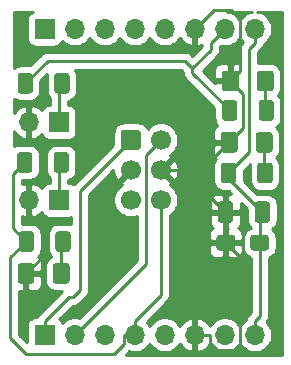
<source format=gtl>
%TF.GenerationSoftware,KiCad,Pcbnew,5.1.9+dfsg1-1+deb11u1*%
%TF.CreationDate,2022-11-30T10:15:51+01:00*%
%TF.ProjectId,A500MPU-Adapter,41353030-4d50-4552-9d41-646170746572,2.0*%
%TF.SameCoordinates,Original*%
%TF.FileFunction,Copper,L1,Top*%
%TF.FilePolarity,Positive*%
%FSLAX46Y46*%
G04 Gerber Fmt 4.6, Leading zero omitted, Abs format (unit mm)*
G04 Created by KiCad (PCBNEW 5.1.9+dfsg1-1+deb11u1) date 2022-11-30 10:15:51*
%MOMM*%
%LPD*%
G01*
G04 APERTURE LIST*
%TA.AperFunction,ComponentPad*%
%ADD10R,1.700000X1.700000*%
%TD*%
%TA.AperFunction,ComponentPad*%
%ADD11O,1.700000X1.700000*%
%TD*%
%TA.AperFunction,ComponentPad*%
%ADD12C,1.700000*%
%TD*%
%TA.AperFunction,Conductor*%
%ADD13C,0.250000*%
%TD*%
%TA.AperFunction,Conductor*%
%ADD14C,0.254000*%
%TD*%
%TA.AperFunction,Conductor*%
%ADD15C,0.100000*%
%TD*%
G04 APERTURE END LIST*
%TO.P,C1,1*%
%TO.N,INUSE*%
%TA.AperFunction,SMDPad,CuDef*%
G36*
G01*
X167087000Y-116374999D02*
X167087000Y-117225001D01*
G75*
G02*
X166837001Y-117475000I-249999J0D01*
G01*
X165761999Y-117475000D01*
G75*
G02*
X165512000Y-117225001I0J249999D01*
G01*
X165512000Y-116374999D01*
G75*
G02*
X165761999Y-116125000I249999J0D01*
G01*
X166837001Y-116125000D01*
G75*
G02*
X167087000Y-116374999I0J-249999D01*
G01*
G37*
%TD.AperFunction*%
%TO.P,C1,2*%
%TO.N,GND*%
%TA.AperFunction,SMDPad,CuDef*%
G36*
G01*
X164212000Y-116374999D02*
X164212000Y-117225001D01*
G75*
G02*
X163962001Y-117475000I-249999J0D01*
G01*
X162886999Y-117475000D01*
G75*
G02*
X162637000Y-117225001I0J249999D01*
G01*
X162637000Y-116374999D01*
G75*
G02*
X162886999Y-116125000I249999J0D01*
G01*
X163962001Y-116125000D01*
G75*
G02*
X164212000Y-116374999I0J-249999D01*
G01*
G37*
%TD.AperFunction*%
%TD*%
%TO.P,C2,1*%
%TO.N,INUSE*%
%TA.AperFunction,SMDPad,CuDef*%
G36*
G01*
X167187000Y-113549998D02*
X167187000Y-114850002D01*
G75*
G02*
X166937002Y-115100000I-249998J0D01*
G01*
X166111998Y-115100000D01*
G75*
G02*
X165862000Y-114850002I0J249998D01*
G01*
X165862000Y-113549998D01*
G75*
G02*
X166111998Y-113300000I249998J0D01*
G01*
X166937002Y-113300000D01*
G75*
G02*
X167187000Y-113549998I0J-249998D01*
G01*
G37*
%TD.AperFunction*%
%TO.P,C2,2*%
%TO.N,GND*%
%TA.AperFunction,SMDPad,CuDef*%
G36*
G01*
X164062000Y-113549998D02*
X164062000Y-114850002D01*
G75*
G02*
X163812002Y-115100000I-249998J0D01*
G01*
X162986998Y-115100000D01*
G75*
G02*
X162737000Y-114850002I0J249998D01*
G01*
X162737000Y-113549998D01*
G75*
G02*
X162986998Y-113300000I249998J0D01*
G01*
X163812002Y-113300000D01*
G75*
G02*
X164062000Y-113549998I0J-249998D01*
G01*
G37*
%TD.AperFunction*%
%TD*%
%TO.P,D1,1*%
%TO.N,GND*%
%TA.AperFunction,SMDPad,CuDef*%
G36*
G01*
X163088000Y-103725000D02*
X163088000Y-102475000D01*
G75*
G02*
X163338000Y-102225000I250000J0D01*
G01*
X164263000Y-102225000D01*
G75*
G02*
X164513000Y-102475000I0J-250000D01*
G01*
X164513000Y-103725000D01*
G75*
G02*
X164263000Y-103975000I-250000J0D01*
G01*
X163338000Y-103975000D01*
G75*
G02*
X163088000Y-103725000I0J250000D01*
G01*
G37*
%TD.AperFunction*%
%TO.P,D1,2*%
%TO.N,Net-(D1-Pad2)*%
%TA.AperFunction,SMDPad,CuDef*%
G36*
G01*
X166063000Y-103725000D02*
X166063000Y-102475000D01*
G75*
G02*
X166313000Y-102225000I250000J0D01*
G01*
X167238000Y-102225000D01*
G75*
G02*
X167488000Y-102475000I0J-250000D01*
G01*
X167488000Y-103725000D01*
G75*
G02*
X167238000Y-103975000I-250000J0D01*
G01*
X166313000Y-103975000D01*
G75*
G02*
X166063000Y-103725000I0J250000D01*
G01*
G37*
%TD.AperFunction*%
%TD*%
%TO.P,D2,1*%
%TO.N,GND*%
%TA.AperFunction,SMDPad,CuDef*%
G36*
G01*
X163000000Y-108925000D02*
X163000000Y-107675000D01*
G75*
G02*
X163250000Y-107425000I250000J0D01*
G01*
X164175000Y-107425000D01*
G75*
G02*
X164425000Y-107675000I0J-250000D01*
G01*
X164425000Y-108925000D01*
G75*
G02*
X164175000Y-109175000I-250000J0D01*
G01*
X163250000Y-109175000D01*
G75*
G02*
X163000000Y-108925000I0J250000D01*
G01*
G37*
%TD.AperFunction*%
%TO.P,D2,2*%
%TO.N,Net-(D2-Pad2)*%
%TA.AperFunction,SMDPad,CuDef*%
G36*
G01*
X165975000Y-108925000D02*
X165975000Y-107675000D01*
G75*
G02*
X166225000Y-107425000I250000J0D01*
G01*
X167150000Y-107425000D01*
G75*
G02*
X167400000Y-107675000I0J-250000D01*
G01*
X167400000Y-108925000D01*
G75*
G02*
X167150000Y-109175000I-250000J0D01*
G01*
X166225000Y-109175000D01*
G75*
G02*
X165975000Y-108925000I0J250000D01*
G01*
G37*
%TD.AperFunction*%
%TD*%
%TO.P,D3,2*%
%TO.N,Net-(D3-Pad2)*%
%TA.AperFunction,SMDPad,CuDef*%
G36*
G01*
X148775000Y-120025000D02*
X148775000Y-118775000D01*
G75*
G02*
X149025000Y-118525000I250000J0D01*
G01*
X149950000Y-118525000D01*
G75*
G02*
X150200000Y-118775000I0J-250000D01*
G01*
X150200000Y-120025000D01*
G75*
G02*
X149950000Y-120275000I-250000J0D01*
G01*
X149025000Y-120275000D01*
G75*
G02*
X148775000Y-120025000I0J250000D01*
G01*
G37*
%TD.AperFunction*%
%TO.P,D3,1*%
%TO.N,GND*%
%TA.AperFunction,SMDPad,CuDef*%
G36*
G01*
X145800000Y-120025000D02*
X145800000Y-118775000D01*
G75*
G02*
X146050000Y-118525000I250000J0D01*
G01*
X146975000Y-118525000D01*
G75*
G02*
X147225000Y-118775000I0J-250000D01*
G01*
X147225000Y-120025000D01*
G75*
G02*
X146975000Y-120275000I-250000J0D01*
G01*
X146050000Y-120275000D01*
G75*
G02*
X145800000Y-120025000I0J250000D01*
G01*
G37*
%TD.AperFunction*%
%TD*%
D10*
%TO.P,P1,1*%
%TO.N,CLOCK*%
X148100000Y-124600000D03*
D11*
%TO.P,P1,2*%
%TO.N,DATA*%
X150640000Y-124600000D03*
%TO.P,P1,3*%
%TO.N,RESET*%
X153180000Y-124600000D03*
%TO.P,P1,4*%
%TO.N,INUSE*%
X155720000Y-124600000D03*
%TO.P,P1,5*%
%TO.N,Net-(P1-Pad5)*%
X158260000Y-124600000D03*
%TO.P,P1,6*%
%TO.N,GND*%
X160800000Y-124600000D03*
%TO.P,P1,7*%
%TO.N,STATUS*%
X163340000Y-124600000D03*
%TO.P,P1,8*%
%TO.N,INUSE*%
X165880000Y-124600000D03*
%TD*%
D10*
%TO.P,P2,1*%
%TO.N,CLOCK*%
X148100000Y-98700000D03*
D11*
%TO.P,P2,2*%
%TO.N,DATA*%
X150640000Y-98700000D03*
%TO.P,P2,3*%
%TO.N,RESET*%
X153180000Y-98700000D03*
%TO.P,P2,4*%
%TO.N,INUSE*%
X155720000Y-98700000D03*
%TO.P,P2,5*%
%TO.N,Net-(P2-Pad5)*%
X158260000Y-98700000D03*
%TO.P,P2,6*%
%TO.N,GND*%
X160800000Y-98700000D03*
%TO.P,P2,7*%
%TO.N,STATUS*%
X163340000Y-98700000D03*
%TO.P,P2,8*%
%TO.N,INUSE*%
X165880000Y-98700000D03*
%TD*%
%TO.P,P3,1*%
%TO.N,CLOCK*%
%TA.AperFunction,ComponentPad*%
G36*
G01*
X154550000Y-108700000D02*
X154550000Y-107500000D01*
G75*
G02*
X154800000Y-107250000I250000J0D01*
G01*
X156000000Y-107250000D01*
G75*
G02*
X156250000Y-107500000I0J-250000D01*
G01*
X156250000Y-108700000D01*
G75*
G02*
X156000000Y-108950000I-250000J0D01*
G01*
X154800000Y-108950000D01*
G75*
G02*
X154550000Y-108700000I0J250000D01*
G01*
G37*
%TD.AperFunction*%
D12*
%TO.P,P3,3*%
%TO.N,GND*%
X155400000Y-110640000D03*
%TO.P,P3,5*%
%TO.N,RESET*%
X155400000Y-113180000D03*
%TO.P,P3,2*%
%TO.N,DATA*%
X157940000Y-108100000D03*
%TO.P,P3,4*%
%TO.N,GND*%
X157940000Y-110640000D03*
%TO.P,P3,6*%
%TO.N,INUSE*%
X157940000Y-113180000D03*
%TD*%
D10*
%TO.P,P4,1*%
%TO.N,Net-(P4-Pad1)*%
X149300000Y-106600000D03*
D11*
%TO.P,P4,2*%
%TO.N,GND*%
X146760000Y-106600000D03*
%TD*%
%TO.P,P5,2*%
%TO.N,GND*%
X146760000Y-113200000D03*
D10*
%TO.P,P5,1*%
%TO.N,Net-(P5-Pad1)*%
X149300000Y-113200000D03*
%TD*%
%TO.P,R1,1*%
%TO.N,STATUS*%
%TA.AperFunction,SMDPad,CuDef*%
G36*
G01*
X163100000Y-106225001D02*
X163100000Y-104974999D01*
G75*
G02*
X163349999Y-104725000I249999J0D01*
G01*
X164150001Y-104725000D01*
G75*
G02*
X164400000Y-104974999I0J-249999D01*
G01*
X164400000Y-106225001D01*
G75*
G02*
X164150001Y-106475000I-249999J0D01*
G01*
X163349999Y-106475000D01*
G75*
G02*
X163100000Y-106225001I0J249999D01*
G01*
G37*
%TD.AperFunction*%
%TO.P,R1,2*%
%TO.N,Net-(D1-Pad2)*%
%TA.AperFunction,SMDPad,CuDef*%
G36*
G01*
X166200000Y-106225001D02*
X166200000Y-104974999D01*
G75*
G02*
X166449999Y-104725000I249999J0D01*
G01*
X167250001Y-104725000D01*
G75*
G02*
X167500000Y-104974999I0J-249999D01*
G01*
X167500000Y-106225001D01*
G75*
G02*
X167250001Y-106475000I-249999J0D01*
G01*
X166449999Y-106475000D01*
G75*
G02*
X166200000Y-106225001I0J249999D01*
G01*
G37*
%TD.AperFunction*%
%TD*%
%TO.P,R2,1*%
%TO.N,INUSE*%
%TA.AperFunction,SMDPad,CuDef*%
G36*
G01*
X163000000Y-111525001D02*
X163000000Y-110274999D01*
G75*
G02*
X163249999Y-110025000I249999J0D01*
G01*
X164050001Y-110025000D01*
G75*
G02*
X164300000Y-110274999I0J-249999D01*
G01*
X164300000Y-111525001D01*
G75*
G02*
X164050001Y-111775000I-249999J0D01*
G01*
X163249999Y-111775000D01*
G75*
G02*
X163000000Y-111525001I0J249999D01*
G01*
G37*
%TD.AperFunction*%
%TO.P,R2,2*%
%TO.N,Net-(D2-Pad2)*%
%TA.AperFunction,SMDPad,CuDef*%
G36*
G01*
X166100000Y-111525001D02*
X166100000Y-110274999D01*
G75*
G02*
X166349999Y-110025000I249999J0D01*
G01*
X167150001Y-110025000D01*
G75*
G02*
X167400000Y-110274999I0J-249999D01*
G01*
X167400000Y-111525001D01*
G75*
G02*
X167150001Y-111775000I-249999J0D01*
G01*
X166349999Y-111775000D01*
G75*
G02*
X166100000Y-111525001I0J249999D01*
G01*
G37*
%TD.AperFunction*%
%TD*%
%TO.P,R3,2*%
%TO.N,Net-(D3-Pad2)*%
%TA.AperFunction,SMDPad,CuDef*%
G36*
G01*
X149000000Y-117325001D02*
X149000000Y-116074999D01*
G75*
G02*
X149249999Y-115825000I249999J0D01*
G01*
X150050001Y-115825000D01*
G75*
G02*
X150300000Y-116074999I0J-249999D01*
G01*
X150300000Y-117325001D01*
G75*
G02*
X150050001Y-117575000I-249999J0D01*
G01*
X149249999Y-117575000D01*
G75*
G02*
X149000000Y-117325001I0J249999D01*
G01*
G37*
%TD.AperFunction*%
%TO.P,R3,1*%
%TO.N,INUSE*%
%TA.AperFunction,SMDPad,CuDef*%
G36*
G01*
X145900000Y-117325001D02*
X145900000Y-116074999D01*
G75*
G02*
X146149999Y-115825000I249999J0D01*
G01*
X146950001Y-115825000D01*
G75*
G02*
X147200000Y-116074999I0J-249999D01*
G01*
X147200000Y-117325001D01*
G75*
G02*
X146950001Y-117575000I-249999J0D01*
G01*
X146149999Y-117575000D01*
G75*
G02*
X145900000Y-117325001I0J249999D01*
G01*
G37*
%TD.AperFunction*%
%TD*%
%TO.P,R4,2*%
%TO.N,Net-(P4-Pad1)*%
%TA.AperFunction,SMDPad,CuDef*%
G36*
G01*
X148900000Y-103925001D02*
X148900000Y-102674999D01*
G75*
G02*
X149149999Y-102425000I249999J0D01*
G01*
X149950001Y-102425000D01*
G75*
G02*
X150200000Y-102674999I0J-249999D01*
G01*
X150200000Y-103925001D01*
G75*
G02*
X149950001Y-104175000I-249999J0D01*
G01*
X149149999Y-104175000D01*
G75*
G02*
X148900000Y-103925001I0J249999D01*
G01*
G37*
%TD.AperFunction*%
%TO.P,R4,1*%
%TO.N,STATUS*%
%TA.AperFunction,SMDPad,CuDef*%
G36*
G01*
X145800000Y-103925001D02*
X145800000Y-102674999D01*
G75*
G02*
X146049999Y-102425000I249999J0D01*
G01*
X146850001Y-102425000D01*
G75*
G02*
X147100000Y-102674999I0J-249999D01*
G01*
X147100000Y-103925001D01*
G75*
G02*
X146850001Y-104175000I-249999J0D01*
G01*
X146049999Y-104175000D01*
G75*
G02*
X145800000Y-103925001I0J249999D01*
G01*
G37*
%TD.AperFunction*%
%TD*%
%TO.P,R5,1*%
%TO.N,INUSE*%
%TA.AperFunction,SMDPad,CuDef*%
G36*
G01*
X145750000Y-110625001D02*
X145750000Y-109374999D01*
G75*
G02*
X145999999Y-109125000I249999J0D01*
G01*
X146800001Y-109125000D01*
G75*
G02*
X147050000Y-109374999I0J-249999D01*
G01*
X147050000Y-110625001D01*
G75*
G02*
X146800001Y-110875000I-249999J0D01*
G01*
X145999999Y-110875000D01*
G75*
G02*
X145750000Y-110625001I0J249999D01*
G01*
G37*
%TD.AperFunction*%
%TO.P,R5,2*%
%TO.N,Net-(P5-Pad1)*%
%TA.AperFunction,SMDPad,CuDef*%
G36*
G01*
X148850000Y-110625001D02*
X148850000Y-109374999D01*
G75*
G02*
X149099999Y-109125000I249999J0D01*
G01*
X149900001Y-109125000D01*
G75*
G02*
X150150000Y-109374999I0J-249999D01*
G01*
X150150000Y-110625001D01*
G75*
G02*
X149900001Y-110875000I-249999J0D01*
G01*
X149099999Y-110875000D01*
G75*
G02*
X148850000Y-110625001I0J249999D01*
G01*
G37*
%TD.AperFunction*%
%TD*%
D13*
%TO.N,GND*%
X161372500Y-110640000D02*
X163712500Y-108300000D01*
X157940000Y-110640000D02*
X161372500Y-110640000D01*
X161372500Y-110640000D02*
X161372500Y-112173000D01*
X161372500Y-112173000D02*
X163399500Y-114200000D01*
X163424500Y-116800000D02*
X163424500Y-114225000D01*
X163424500Y-114225000D02*
X163399500Y-114200000D01*
X164600000Y-97800000D02*
X164600000Y-102300500D01*
X164600000Y-102300500D02*
X163800500Y-103100000D01*
X163900000Y-97100000D02*
X164600000Y-97800000D01*
X162400000Y-97100000D02*
X163900000Y-97100000D01*
X160800000Y-98700000D02*
X162400000Y-97100000D01*
X148000000Y-117912500D02*
X146512500Y-119400000D01*
X148000000Y-115615100D02*
X148000000Y-117912500D01*
X146760000Y-114375100D02*
X148000000Y-115615100D01*
X146760000Y-113200000D02*
X146760000Y-114375100D01*
X164900000Y-104199500D02*
X163800500Y-103100000D01*
X164900000Y-107112500D02*
X164900000Y-104199500D01*
X163712500Y-108300000D02*
X164900000Y-107112500D01*
X164600000Y-117975500D02*
X163424500Y-116800000D01*
X164600000Y-125400000D02*
X164600000Y-117975500D01*
X164100000Y-125900000D02*
X164600000Y-125400000D01*
X162700000Y-125900000D02*
X164100000Y-125900000D01*
X162100000Y-125300000D02*
X162700000Y-125900000D01*
X162100000Y-124600000D02*
X162100000Y-125300000D01*
X160800000Y-124600000D02*
X162100000Y-124600000D01*
%TO.N,Net-(D1-Pad2)*%
X166850000Y-105600000D02*
X166775500Y-105525500D01*
X166775500Y-105525500D02*
X166775500Y-103100000D01*
%TO.N,Net-(D2-Pad2)*%
X166750000Y-110900000D02*
X166687500Y-110837500D01*
X166687500Y-110837500D02*
X166687500Y-108300000D01*
%TO.N,Net-(D3-Pad2)*%
X149650000Y-116700000D02*
X149487500Y-116862500D01*
X149487500Y-116862500D02*
X149487500Y-119400000D01*
%TO.N,CLOCK*%
X150144245Y-121380655D02*
X148100000Y-123424900D01*
X148100000Y-123424900D02*
X148100000Y-124600000D01*
X155400000Y-108100000D02*
X151069900Y-112430100D01*
X150144245Y-121380655D02*
X150519345Y-121380655D01*
X151069900Y-120830100D02*
X151069900Y-112430100D01*
X150519345Y-121380655D02*
X151069900Y-120830100D01*
%TO.N,DATA*%
X156670000Y-109370000D02*
X156670000Y-118570000D01*
X156670000Y-118570000D02*
X150640000Y-124600000D01*
X157940000Y-108100000D02*
X156670000Y-109370000D01*
%TO.N,STATUS*%
X160589200Y-102045800D02*
X162164900Y-100470100D01*
X163750000Y-105600000D02*
X160589200Y-102439200D01*
X160589200Y-102439200D02*
X160589200Y-102045800D01*
X162164900Y-99875100D02*
X163340000Y-98700000D01*
X162164900Y-100470100D02*
X162164900Y-99875100D01*
X159943400Y-101400000D02*
X160589200Y-102045800D01*
X148350000Y-101400000D02*
X159943400Y-101400000D01*
X146450000Y-103300000D02*
X148350000Y-101400000D01*
%TO.N,INUSE*%
X166524500Y-114200000D02*
X163650000Y-111325500D01*
X163650000Y-111325500D02*
X163650000Y-110900000D01*
X166299500Y-116800000D02*
X166299500Y-114425000D01*
X166299500Y-114425000D02*
X166524500Y-114200000D01*
X163650000Y-110900000D02*
X165393100Y-109156900D01*
X165393100Y-109156900D02*
X165393100Y-100362000D01*
X165393100Y-100362000D02*
X165880000Y-99875100D01*
X165880000Y-98700000D02*
X165880000Y-99875100D01*
X165880000Y-124600000D02*
X165880000Y-123424900D01*
X165880000Y-123424900D02*
X166299500Y-123005400D01*
X166299500Y-123005400D02*
X166299500Y-116800000D01*
X155720000Y-124600000D02*
X155720000Y-123424900D01*
X157940000Y-113180000D02*
X157940000Y-121204900D01*
X157940000Y-121204900D02*
X155720000Y-123424900D01*
X145400000Y-111000000D02*
X146400000Y-110000000D01*
X145400000Y-115550000D02*
X145400000Y-111000000D01*
X146550000Y-116700000D02*
X145400000Y-115550000D01*
X154805012Y-124600000D02*
X155720000Y-124600000D01*
X154805012Y-125350401D02*
X154805012Y-124600000D01*
X146525012Y-126225012D02*
X153930401Y-126225012D01*
X153930401Y-126225012D02*
X154805012Y-125350401D01*
X145200000Y-124900000D02*
X146525012Y-126225012D01*
X145200000Y-118050000D02*
X145200000Y-124900000D01*
X146550000Y-116700000D02*
X145200000Y-118050000D01*
%TO.N,Net-(P4-Pad1)*%
X149550000Y-103300000D02*
X149300000Y-103550000D01*
X149300000Y-103550000D02*
X149300000Y-106600000D01*
%TO.N,Net-(P5-Pad1)*%
X149500000Y-110000000D02*
X149300000Y-110200000D01*
X149300000Y-110200000D02*
X149300000Y-113200000D01*
%TD*%
D14*
%TO.N,GND*%
X168200000Y-126290000D02*
X154940215Y-126290000D01*
X155227050Y-126003165D01*
X155286842Y-126027932D01*
X155573740Y-126085000D01*
X155866260Y-126085000D01*
X156153158Y-126027932D01*
X156423411Y-125915990D01*
X156666632Y-125753475D01*
X156873475Y-125546632D01*
X156990000Y-125372240D01*
X157106525Y-125546632D01*
X157313368Y-125753475D01*
X157556589Y-125915990D01*
X157826842Y-126027932D01*
X158113740Y-126085000D01*
X158406260Y-126085000D01*
X158693158Y-126027932D01*
X158963411Y-125915990D01*
X159206632Y-125753475D01*
X159413475Y-125546632D01*
X159535195Y-125364466D01*
X159604822Y-125481355D01*
X159799731Y-125697588D01*
X160033080Y-125871641D01*
X160295901Y-125996825D01*
X160443110Y-126041476D01*
X160673000Y-125920155D01*
X160673000Y-124727000D01*
X160653000Y-124727000D01*
X160653000Y-124473000D01*
X160673000Y-124473000D01*
X160673000Y-123279845D01*
X160443110Y-123158524D01*
X160295901Y-123203175D01*
X160033080Y-123328359D01*
X159799731Y-123502412D01*
X159604822Y-123718645D01*
X159535195Y-123835534D01*
X159413475Y-123653368D01*
X159206632Y-123446525D01*
X158963411Y-123284010D01*
X158693158Y-123172068D01*
X158406260Y-123115000D01*
X158113740Y-123115000D01*
X157826842Y-123172068D01*
X157556589Y-123284010D01*
X157313368Y-123446525D01*
X157106525Y-123653368D01*
X156990000Y-123827760D01*
X156873475Y-123653368D01*
X156719904Y-123499797D01*
X158451003Y-121768699D01*
X158480001Y-121744901D01*
X158539090Y-121672901D01*
X158574974Y-121629177D01*
X158645546Y-121497147D01*
X158655275Y-121465074D01*
X158689003Y-121353886D01*
X158700000Y-121242233D01*
X158700000Y-121242224D01*
X158703676Y-121204901D01*
X158700000Y-121167578D01*
X158700000Y-117475000D01*
X161998928Y-117475000D01*
X162011188Y-117599482D01*
X162047498Y-117719180D01*
X162106463Y-117829494D01*
X162185815Y-117926185D01*
X162282506Y-118005537D01*
X162392820Y-118064502D01*
X162512518Y-118100812D01*
X162637000Y-118113072D01*
X163138750Y-118110000D01*
X163297500Y-117951250D01*
X163297500Y-116927000D01*
X163551500Y-116927000D01*
X163551500Y-117951250D01*
X163710250Y-118110000D01*
X164212000Y-118113072D01*
X164336482Y-118100812D01*
X164456180Y-118064502D01*
X164566494Y-118005537D01*
X164663185Y-117926185D01*
X164742537Y-117829494D01*
X164801502Y-117719180D01*
X164837812Y-117599482D01*
X164850072Y-117475000D01*
X164847000Y-117085750D01*
X164688250Y-116927000D01*
X163551500Y-116927000D01*
X163297500Y-116927000D01*
X162160750Y-116927000D01*
X162002000Y-117085750D01*
X161998928Y-117475000D01*
X158700000Y-117475000D01*
X158700000Y-116125000D01*
X161998928Y-116125000D01*
X162002000Y-116514250D01*
X162160750Y-116673000D01*
X163297500Y-116673000D01*
X163297500Y-115648750D01*
X163248750Y-115600000D01*
X163272500Y-115576250D01*
X163272500Y-114327000D01*
X163526500Y-114327000D01*
X163526500Y-115576250D01*
X163575250Y-115625000D01*
X163551500Y-115648750D01*
X163551500Y-116673000D01*
X164688250Y-116673000D01*
X164847000Y-116514250D01*
X164850072Y-116125000D01*
X164837812Y-116000518D01*
X164801502Y-115880820D01*
X164742537Y-115770506D01*
X164663185Y-115673815D01*
X164566494Y-115594463D01*
X164502276Y-115560137D01*
X164513185Y-115551185D01*
X164592537Y-115454494D01*
X164651502Y-115344180D01*
X164687812Y-115224482D01*
X164700072Y-115100000D01*
X164697000Y-114485750D01*
X164538250Y-114327000D01*
X163526500Y-114327000D01*
X163272500Y-114327000D01*
X162260750Y-114327000D01*
X162102000Y-114485750D01*
X162098928Y-115100000D01*
X162111188Y-115224482D01*
X162147498Y-115344180D01*
X162206463Y-115454494D01*
X162285815Y-115551185D01*
X162316445Y-115576322D01*
X162282506Y-115594463D01*
X162185815Y-115673815D01*
X162106463Y-115770506D01*
X162047498Y-115880820D01*
X162011188Y-116000518D01*
X161998928Y-116125000D01*
X158700000Y-116125000D01*
X158700000Y-114458178D01*
X158886632Y-114333475D01*
X159093475Y-114126632D01*
X159255990Y-113883411D01*
X159367932Y-113613158D01*
X159425000Y-113326260D01*
X159425000Y-113300000D01*
X162098928Y-113300000D01*
X162102000Y-113914250D01*
X162260750Y-114073000D01*
X163272500Y-114073000D01*
X163272500Y-112823750D01*
X163113750Y-112665000D01*
X162737000Y-112661928D01*
X162612518Y-112674188D01*
X162492820Y-112710498D01*
X162382506Y-112769463D01*
X162285815Y-112848815D01*
X162206463Y-112945506D01*
X162147498Y-113055820D01*
X162111188Y-113175518D01*
X162098928Y-113300000D01*
X159425000Y-113300000D01*
X159425000Y-113033740D01*
X159367932Y-112746842D01*
X159255990Y-112476589D01*
X159093475Y-112233368D01*
X158886632Y-112026525D01*
X158713271Y-111910689D01*
X158788792Y-111668397D01*
X157940000Y-110819605D01*
X157925858Y-110833748D01*
X157746253Y-110654143D01*
X157760395Y-110640000D01*
X158119605Y-110640000D01*
X158968397Y-111488792D01*
X159217472Y-111411157D01*
X159343371Y-111147117D01*
X159415339Y-110863589D01*
X159430611Y-110571469D01*
X159388599Y-110281981D01*
X159290919Y-110006253D01*
X159217472Y-109868843D01*
X158968397Y-109791208D01*
X158119605Y-110640000D01*
X157760395Y-110640000D01*
X157746253Y-110625858D01*
X157925858Y-110446253D01*
X157940000Y-110460395D01*
X158788792Y-109611603D01*
X158713271Y-109369311D01*
X158886632Y-109253475D01*
X159093475Y-109046632D01*
X159255990Y-108803411D01*
X159367932Y-108533158D01*
X159425000Y-108246260D01*
X159425000Y-107953740D01*
X159367932Y-107666842D01*
X159255990Y-107396589D01*
X159093475Y-107153368D01*
X158886632Y-106946525D01*
X158643411Y-106784010D01*
X158373158Y-106672068D01*
X158086260Y-106615000D01*
X157793740Y-106615000D01*
X157506842Y-106672068D01*
X157236589Y-106784010D01*
X156993368Y-106946525D01*
X156806285Y-107133608D01*
X156738405Y-107006614D01*
X156627962Y-106872038D01*
X156493386Y-106761595D01*
X156339850Y-106679528D01*
X156173254Y-106628992D01*
X156000000Y-106611928D01*
X154800000Y-106611928D01*
X154626746Y-106628992D01*
X154460150Y-106679528D01*
X154306614Y-106761595D01*
X154172038Y-106872038D01*
X154061595Y-107006614D01*
X153979528Y-107160150D01*
X153928992Y-107326746D01*
X153911928Y-107500000D01*
X153911928Y-108513270D01*
X150560101Y-111865098D01*
X150504494Y-111819463D01*
X150394180Y-111760498D01*
X150274482Y-111724188D01*
X150150000Y-111711928D01*
X150060000Y-111711928D01*
X150060000Y-111497314D01*
X150073255Y-111496008D01*
X150239851Y-111445472D01*
X150393387Y-111363405D01*
X150527962Y-111252962D01*
X150638405Y-111118387D01*
X150720472Y-110964851D01*
X150771008Y-110798255D01*
X150788072Y-110625001D01*
X150788072Y-109374999D01*
X150771008Y-109201745D01*
X150720472Y-109035149D01*
X150638405Y-108881613D01*
X150527962Y-108747038D01*
X150393387Y-108636595D01*
X150239851Y-108554528D01*
X150073255Y-108503992D01*
X149900001Y-108486928D01*
X149099999Y-108486928D01*
X148926745Y-108503992D01*
X148760149Y-108554528D01*
X148606613Y-108636595D01*
X148472038Y-108747038D01*
X148361595Y-108881613D01*
X148279528Y-109035149D01*
X148228992Y-109201745D01*
X148211928Y-109374999D01*
X148211928Y-110625001D01*
X148228992Y-110798255D01*
X148279528Y-110964851D01*
X148361595Y-111118387D01*
X148472038Y-111252962D01*
X148540000Y-111308737D01*
X148540001Y-111711928D01*
X148450000Y-111711928D01*
X148325518Y-111724188D01*
X148205820Y-111760498D01*
X148095506Y-111819463D01*
X147998815Y-111898815D01*
X147919463Y-111995506D01*
X147860498Y-112105820D01*
X147836034Y-112186466D01*
X147760269Y-112102412D01*
X147526920Y-111928359D01*
X147264099Y-111803175D01*
X147116890Y-111758524D01*
X146887000Y-111879845D01*
X146887000Y-113073000D01*
X146907000Y-113073000D01*
X146907000Y-113327000D01*
X146887000Y-113327000D01*
X146887000Y-114520155D01*
X147116890Y-114641476D01*
X147264099Y-114596825D01*
X147526920Y-114471641D01*
X147760269Y-114297588D01*
X147836034Y-114213534D01*
X147860498Y-114294180D01*
X147919463Y-114404494D01*
X147998815Y-114501185D01*
X148095506Y-114580537D01*
X148205820Y-114639502D01*
X148325518Y-114675812D01*
X148450000Y-114688072D01*
X150150000Y-114688072D01*
X150274482Y-114675812D01*
X150309901Y-114665068D01*
X150309901Y-115230275D01*
X150223255Y-115203992D01*
X150050001Y-115186928D01*
X149249999Y-115186928D01*
X149076745Y-115203992D01*
X148910149Y-115254528D01*
X148756613Y-115336595D01*
X148622038Y-115447038D01*
X148511595Y-115581613D01*
X148429528Y-115735149D01*
X148378992Y-115901745D01*
X148361928Y-116074999D01*
X148361928Y-117325001D01*
X148378992Y-117498255D01*
X148429528Y-117664851D01*
X148511595Y-117818387D01*
X148622038Y-117952962D01*
X148648086Y-117974339D01*
X148531614Y-118036595D01*
X148397038Y-118147038D01*
X148286595Y-118281614D01*
X148204528Y-118435150D01*
X148153992Y-118601746D01*
X148136928Y-118775000D01*
X148136928Y-120025000D01*
X148153992Y-120198254D01*
X148204528Y-120364850D01*
X148286595Y-120518386D01*
X148397038Y-120652962D01*
X148531614Y-120763405D01*
X148685150Y-120845472D01*
X148851746Y-120896008D01*
X149025000Y-120913072D01*
X149537026Y-120913072D01*
X147589003Y-122861096D01*
X147559999Y-122884899D01*
X147504871Y-122952074D01*
X147465026Y-123000624D01*
X147442519Y-123042732D01*
X147405532Y-123111928D01*
X147250000Y-123111928D01*
X147125518Y-123124188D01*
X147005820Y-123160498D01*
X146895506Y-123219463D01*
X146798815Y-123298815D01*
X146719463Y-123395506D01*
X146660498Y-123505820D01*
X146624188Y-123625518D01*
X146611928Y-123750000D01*
X146611928Y-125237126D01*
X145960000Y-124585199D01*
X145960000Y-120911920D01*
X146226750Y-120910000D01*
X146385500Y-120751250D01*
X146385500Y-119527000D01*
X146639500Y-119527000D01*
X146639500Y-120751250D01*
X146798250Y-120910000D01*
X147225000Y-120913072D01*
X147349482Y-120900812D01*
X147469180Y-120864502D01*
X147579494Y-120805537D01*
X147676185Y-120726185D01*
X147755537Y-120629494D01*
X147814502Y-120519180D01*
X147850812Y-120399482D01*
X147863072Y-120275000D01*
X147860000Y-119685750D01*
X147701250Y-119527000D01*
X146639500Y-119527000D01*
X146385500Y-119527000D01*
X146365500Y-119527000D01*
X146365500Y-119273000D01*
X146385500Y-119273000D01*
X146385500Y-119253000D01*
X146639500Y-119253000D01*
X146639500Y-119273000D01*
X147701250Y-119273000D01*
X147860000Y-119114250D01*
X147863072Y-118525000D01*
X147850812Y-118400518D01*
X147814502Y-118280820D01*
X147755537Y-118170506D01*
X147676185Y-118073815D01*
X147579494Y-117994463D01*
X147547943Y-117977598D01*
X147577962Y-117952962D01*
X147688405Y-117818387D01*
X147770472Y-117664851D01*
X147821008Y-117498255D01*
X147838072Y-117325001D01*
X147838072Y-116074999D01*
X147821008Y-115901745D01*
X147770472Y-115735149D01*
X147688405Y-115581613D01*
X147577962Y-115447038D01*
X147443387Y-115336595D01*
X147289851Y-115254528D01*
X147123255Y-115203992D01*
X146950001Y-115186928D01*
X146160000Y-115186928D01*
X146160000Y-114551146D01*
X146255901Y-114596825D01*
X146403110Y-114641476D01*
X146633000Y-114520155D01*
X146633000Y-113327000D01*
X146613000Y-113327000D01*
X146613000Y-113073000D01*
X146633000Y-113073000D01*
X146633000Y-111879845D01*
X146403110Y-111758524D01*
X146255901Y-111803175D01*
X146160000Y-111848854D01*
X146160000Y-111513072D01*
X146800001Y-111513072D01*
X146973255Y-111496008D01*
X147139851Y-111445472D01*
X147293387Y-111363405D01*
X147427962Y-111252962D01*
X147538405Y-111118387D01*
X147620472Y-110964851D01*
X147671008Y-110798255D01*
X147688072Y-110625001D01*
X147688072Y-109374999D01*
X147671008Y-109201745D01*
X147620472Y-109035149D01*
X147538405Y-108881613D01*
X147427962Y-108747038D01*
X147293387Y-108636595D01*
X147139851Y-108554528D01*
X146973255Y-108503992D01*
X146800001Y-108486928D01*
X145999999Y-108486928D01*
X145826745Y-108503992D01*
X145660149Y-108554528D01*
X145506613Y-108636595D01*
X145490000Y-108650229D01*
X145490000Y-107355745D01*
X145564822Y-107481355D01*
X145759731Y-107697588D01*
X145993080Y-107871641D01*
X146255901Y-107996825D01*
X146403110Y-108041476D01*
X146633000Y-107920155D01*
X146633000Y-106727000D01*
X146613000Y-106727000D01*
X146613000Y-106473000D01*
X146633000Y-106473000D01*
X146633000Y-105279845D01*
X146403110Y-105158524D01*
X146255901Y-105203175D01*
X145993080Y-105328359D01*
X145759731Y-105502412D01*
X145564822Y-105718645D01*
X145490000Y-105844255D01*
X145490000Y-104608737D01*
X145556613Y-104663405D01*
X145710149Y-104745472D01*
X145876745Y-104796008D01*
X146049999Y-104813072D01*
X146850001Y-104813072D01*
X147023255Y-104796008D01*
X147189851Y-104745472D01*
X147343387Y-104663405D01*
X147477962Y-104552962D01*
X147588405Y-104418387D01*
X147670472Y-104264851D01*
X147721008Y-104098255D01*
X147738072Y-103925001D01*
X147738072Y-103086729D01*
X148274178Y-102550624D01*
X148261928Y-102674999D01*
X148261928Y-103925001D01*
X148278992Y-104098255D01*
X148329528Y-104264851D01*
X148411595Y-104418387D01*
X148522038Y-104552962D01*
X148540000Y-104567703D01*
X148540001Y-105111928D01*
X148450000Y-105111928D01*
X148325518Y-105124188D01*
X148205820Y-105160498D01*
X148095506Y-105219463D01*
X147998815Y-105298815D01*
X147919463Y-105395506D01*
X147860498Y-105505820D01*
X147836034Y-105586466D01*
X147760269Y-105502412D01*
X147526920Y-105328359D01*
X147264099Y-105203175D01*
X147116890Y-105158524D01*
X146887000Y-105279845D01*
X146887000Y-106473000D01*
X146907000Y-106473000D01*
X146907000Y-106727000D01*
X146887000Y-106727000D01*
X146887000Y-107920155D01*
X147116890Y-108041476D01*
X147264099Y-107996825D01*
X147526920Y-107871641D01*
X147760269Y-107697588D01*
X147836034Y-107613534D01*
X147860498Y-107694180D01*
X147919463Y-107804494D01*
X147998815Y-107901185D01*
X148095506Y-107980537D01*
X148205820Y-108039502D01*
X148325518Y-108075812D01*
X148450000Y-108088072D01*
X150150000Y-108088072D01*
X150274482Y-108075812D01*
X150394180Y-108039502D01*
X150504494Y-107980537D01*
X150601185Y-107901185D01*
X150680537Y-107804494D01*
X150739502Y-107694180D01*
X150775812Y-107574482D01*
X150788072Y-107450000D01*
X150788072Y-105750000D01*
X150775812Y-105625518D01*
X150739502Y-105505820D01*
X150680537Y-105395506D01*
X150601185Y-105298815D01*
X150504494Y-105219463D01*
X150394180Y-105160498D01*
X150274482Y-105124188D01*
X150150000Y-105111928D01*
X150060000Y-105111928D01*
X150060000Y-104802238D01*
X150123255Y-104796008D01*
X150289851Y-104745472D01*
X150443387Y-104663405D01*
X150577962Y-104552962D01*
X150688405Y-104418387D01*
X150770472Y-104264851D01*
X150821008Y-104098255D01*
X150838072Y-103925001D01*
X150838072Y-102674999D01*
X150821008Y-102501745D01*
X150770472Y-102335149D01*
X150688405Y-102181613D01*
X150670668Y-102160000D01*
X159628599Y-102160000D01*
X159829200Y-102360602D01*
X159829200Y-102401878D01*
X159825524Y-102439200D01*
X159829200Y-102476522D01*
X159829200Y-102476532D01*
X159840197Y-102588185D01*
X159868283Y-102680774D01*
X159883654Y-102731446D01*
X159954226Y-102863476D01*
X159964278Y-102875724D01*
X160049199Y-102979201D01*
X160078203Y-103003004D01*
X162461928Y-105386730D01*
X162461928Y-106225001D01*
X162478992Y-106398255D01*
X162529528Y-106564851D01*
X162611595Y-106718387D01*
X162722038Y-106852962D01*
X162722476Y-106853321D01*
X162645506Y-106894463D01*
X162548815Y-106973815D01*
X162469463Y-107070506D01*
X162410498Y-107180820D01*
X162374188Y-107300518D01*
X162361928Y-107425000D01*
X162365000Y-108014250D01*
X162523750Y-108173000D01*
X163585500Y-108173000D01*
X163585500Y-108153000D01*
X163839500Y-108153000D01*
X163839500Y-108173000D01*
X163859500Y-108173000D01*
X163859500Y-108427000D01*
X163839500Y-108427000D01*
X163839500Y-108447000D01*
X163585500Y-108447000D01*
X163585500Y-108427000D01*
X162523750Y-108427000D01*
X162365000Y-108585750D01*
X162361928Y-109175000D01*
X162374188Y-109299482D01*
X162410498Y-109419180D01*
X162469463Y-109529494D01*
X162548815Y-109626185D01*
X162602795Y-109670485D01*
X162511595Y-109781613D01*
X162429528Y-109935149D01*
X162378992Y-110101745D01*
X162361928Y-110274999D01*
X162361928Y-111525001D01*
X162378992Y-111698255D01*
X162429528Y-111864851D01*
X162511595Y-112018387D01*
X162622038Y-112152962D01*
X162756613Y-112263405D01*
X162910149Y-112345472D01*
X163076745Y-112396008D01*
X163249999Y-112413072D01*
X163662771Y-112413072D01*
X163912843Y-112663144D01*
X163685250Y-112665000D01*
X163526500Y-112823750D01*
X163526500Y-114073000D01*
X164538250Y-114073000D01*
X164697000Y-113914250D01*
X164699324Y-113449625D01*
X165223928Y-113974230D01*
X165223928Y-114850002D01*
X165240992Y-115023256D01*
X165291528Y-115189852D01*
X165373595Y-115343387D01*
X165484038Y-115477962D01*
X165535454Y-115520158D01*
X165422149Y-115554528D01*
X165268613Y-115636595D01*
X165134038Y-115747038D01*
X165023595Y-115881613D01*
X164941528Y-116035149D01*
X164890992Y-116201745D01*
X164873928Y-116374999D01*
X164873928Y-117225001D01*
X164890992Y-117398255D01*
X164941528Y-117564851D01*
X165023595Y-117718387D01*
X165134038Y-117852962D01*
X165268613Y-117963405D01*
X165422149Y-118045472D01*
X165539501Y-118081070D01*
X165539500Y-122690599D01*
X165368998Y-122861101D01*
X165340000Y-122884899D01*
X165316202Y-122913897D01*
X165316201Y-122913898D01*
X165245026Y-123000624D01*
X165174454Y-123132654D01*
X165153063Y-123203175D01*
X165130998Y-123275914D01*
X165126933Y-123317189D01*
X164933368Y-123446525D01*
X164726525Y-123653368D01*
X164610000Y-123827760D01*
X164493475Y-123653368D01*
X164286632Y-123446525D01*
X164043411Y-123284010D01*
X163773158Y-123172068D01*
X163486260Y-123115000D01*
X163193740Y-123115000D01*
X162906842Y-123172068D01*
X162636589Y-123284010D01*
X162393368Y-123446525D01*
X162186525Y-123653368D01*
X162064805Y-123835534D01*
X161995178Y-123718645D01*
X161800269Y-123502412D01*
X161566920Y-123328359D01*
X161304099Y-123203175D01*
X161156890Y-123158524D01*
X160927000Y-123279845D01*
X160927000Y-124473000D01*
X160947000Y-124473000D01*
X160947000Y-124727000D01*
X160927000Y-124727000D01*
X160927000Y-125920155D01*
X161156890Y-126041476D01*
X161304099Y-125996825D01*
X161566920Y-125871641D01*
X161800269Y-125697588D01*
X161995178Y-125481355D01*
X162064805Y-125364466D01*
X162186525Y-125546632D01*
X162393368Y-125753475D01*
X162636589Y-125915990D01*
X162906842Y-126027932D01*
X163193740Y-126085000D01*
X163486260Y-126085000D01*
X163773158Y-126027932D01*
X164043411Y-125915990D01*
X164286632Y-125753475D01*
X164493475Y-125546632D01*
X164610000Y-125372240D01*
X164726525Y-125546632D01*
X164933368Y-125753475D01*
X165176589Y-125915990D01*
X165446842Y-126027932D01*
X165733740Y-126085000D01*
X166026260Y-126085000D01*
X166313158Y-126027932D01*
X166583411Y-125915990D01*
X166826632Y-125753475D01*
X167033475Y-125546632D01*
X167195990Y-125303411D01*
X167307932Y-125033158D01*
X167365000Y-124746260D01*
X167365000Y-124453740D01*
X167307932Y-124166842D01*
X167195990Y-123896589D01*
X167033475Y-123653368D01*
X166878269Y-123498162D01*
X166934474Y-123429676D01*
X167005046Y-123297647D01*
X167048503Y-123154386D01*
X167059500Y-123042733D01*
X167059500Y-123042732D01*
X167063177Y-123005400D01*
X167059500Y-122968067D01*
X167059500Y-118081070D01*
X167176851Y-118045472D01*
X167330387Y-117963405D01*
X167464962Y-117852962D01*
X167575405Y-117718387D01*
X167657472Y-117564851D01*
X167708008Y-117398255D01*
X167725072Y-117225001D01*
X167725072Y-116374999D01*
X167708008Y-116201745D01*
X167657472Y-116035149D01*
X167575405Y-115881613D01*
X167464962Y-115747038D01*
X167334270Y-115639781D01*
X167430387Y-115588405D01*
X167564962Y-115477962D01*
X167675405Y-115343387D01*
X167757472Y-115189852D01*
X167808008Y-115023256D01*
X167825072Y-114850002D01*
X167825072Y-113549998D01*
X167808008Y-113376744D01*
X167757472Y-113210148D01*
X167675405Y-113056613D01*
X167564962Y-112922038D01*
X167430387Y-112811595D01*
X167276852Y-112729528D01*
X167110256Y-112678992D01*
X166937002Y-112661928D01*
X166111998Y-112661928D01*
X166065782Y-112666480D01*
X164936837Y-111537536D01*
X164938072Y-111525001D01*
X164938072Y-110686729D01*
X165474178Y-110150624D01*
X165461928Y-110274999D01*
X165461928Y-111525001D01*
X165478992Y-111698255D01*
X165529528Y-111864851D01*
X165611595Y-112018387D01*
X165722038Y-112152962D01*
X165856613Y-112263405D01*
X166010149Y-112345472D01*
X166176745Y-112396008D01*
X166349999Y-112413072D01*
X167150001Y-112413072D01*
X167323255Y-112396008D01*
X167489851Y-112345472D01*
X167643387Y-112263405D01*
X167777962Y-112152962D01*
X167888405Y-112018387D01*
X167970472Y-111864851D01*
X168021008Y-111698255D01*
X168038072Y-111525001D01*
X168038072Y-110274999D01*
X168021008Y-110101745D01*
X167970472Y-109935149D01*
X167888405Y-109781613D01*
X167777962Y-109647038D01*
X167720646Y-109600000D01*
X167777962Y-109552962D01*
X167888405Y-109418386D01*
X167970472Y-109264850D01*
X168021008Y-109098254D01*
X168038072Y-108925000D01*
X168038072Y-107675000D01*
X168021008Y-107501746D01*
X167970472Y-107335150D01*
X167888405Y-107181614D01*
X167777962Y-107047038D01*
X167702612Y-106985200D01*
X167743387Y-106963405D01*
X167877962Y-106852962D01*
X167988405Y-106718387D01*
X168070472Y-106564851D01*
X168121008Y-106398255D01*
X168138072Y-106225001D01*
X168138072Y-104974999D01*
X168121008Y-104801745D01*
X168070472Y-104635149D01*
X167988405Y-104481613D01*
X167877962Y-104347038D01*
X167873697Y-104343537D01*
X167976405Y-104218386D01*
X168058472Y-104064850D01*
X168109008Y-103898254D01*
X168126072Y-103725000D01*
X168126072Y-102475000D01*
X168109008Y-102301746D01*
X168058472Y-102135150D01*
X167976405Y-101981614D01*
X167865962Y-101847038D01*
X167731386Y-101736595D01*
X167577850Y-101654528D01*
X167411254Y-101603992D01*
X167238000Y-101586928D01*
X166313000Y-101586928D01*
X166153100Y-101602677D01*
X166153100Y-100676801D01*
X166390997Y-100438904D01*
X166420001Y-100415101D01*
X166514974Y-100299376D01*
X166585546Y-100167347D01*
X166629003Y-100024086D01*
X166633068Y-99982810D01*
X166826632Y-99853475D01*
X167033475Y-99646632D01*
X167195990Y-99403411D01*
X167307932Y-99133158D01*
X167365000Y-98846260D01*
X167365000Y-98553740D01*
X167307932Y-98266842D01*
X167195990Y-97996589D01*
X167033475Y-97753368D01*
X166826632Y-97546525D01*
X166583411Y-97384010D01*
X166313158Y-97272068D01*
X166101670Y-97230000D01*
X168200001Y-97230000D01*
X168200000Y-126290000D01*
%TA.AperFunction,Conductor*%
D15*
G36*
X168200000Y-126290000D02*
G01*
X154940215Y-126290000D01*
X155227050Y-126003165D01*
X155286842Y-126027932D01*
X155573740Y-126085000D01*
X155866260Y-126085000D01*
X156153158Y-126027932D01*
X156423411Y-125915990D01*
X156666632Y-125753475D01*
X156873475Y-125546632D01*
X156990000Y-125372240D01*
X157106525Y-125546632D01*
X157313368Y-125753475D01*
X157556589Y-125915990D01*
X157826842Y-126027932D01*
X158113740Y-126085000D01*
X158406260Y-126085000D01*
X158693158Y-126027932D01*
X158963411Y-125915990D01*
X159206632Y-125753475D01*
X159413475Y-125546632D01*
X159535195Y-125364466D01*
X159604822Y-125481355D01*
X159799731Y-125697588D01*
X160033080Y-125871641D01*
X160295901Y-125996825D01*
X160443110Y-126041476D01*
X160673000Y-125920155D01*
X160673000Y-124727000D01*
X160653000Y-124727000D01*
X160653000Y-124473000D01*
X160673000Y-124473000D01*
X160673000Y-123279845D01*
X160443110Y-123158524D01*
X160295901Y-123203175D01*
X160033080Y-123328359D01*
X159799731Y-123502412D01*
X159604822Y-123718645D01*
X159535195Y-123835534D01*
X159413475Y-123653368D01*
X159206632Y-123446525D01*
X158963411Y-123284010D01*
X158693158Y-123172068D01*
X158406260Y-123115000D01*
X158113740Y-123115000D01*
X157826842Y-123172068D01*
X157556589Y-123284010D01*
X157313368Y-123446525D01*
X157106525Y-123653368D01*
X156990000Y-123827760D01*
X156873475Y-123653368D01*
X156719904Y-123499797D01*
X158451003Y-121768699D01*
X158480001Y-121744901D01*
X158539090Y-121672901D01*
X158574974Y-121629177D01*
X158645546Y-121497147D01*
X158655275Y-121465074D01*
X158689003Y-121353886D01*
X158700000Y-121242233D01*
X158700000Y-121242224D01*
X158703676Y-121204901D01*
X158700000Y-121167578D01*
X158700000Y-117475000D01*
X161998928Y-117475000D01*
X162011188Y-117599482D01*
X162047498Y-117719180D01*
X162106463Y-117829494D01*
X162185815Y-117926185D01*
X162282506Y-118005537D01*
X162392820Y-118064502D01*
X162512518Y-118100812D01*
X162637000Y-118113072D01*
X163138750Y-118110000D01*
X163297500Y-117951250D01*
X163297500Y-116927000D01*
X163551500Y-116927000D01*
X163551500Y-117951250D01*
X163710250Y-118110000D01*
X164212000Y-118113072D01*
X164336482Y-118100812D01*
X164456180Y-118064502D01*
X164566494Y-118005537D01*
X164663185Y-117926185D01*
X164742537Y-117829494D01*
X164801502Y-117719180D01*
X164837812Y-117599482D01*
X164850072Y-117475000D01*
X164847000Y-117085750D01*
X164688250Y-116927000D01*
X163551500Y-116927000D01*
X163297500Y-116927000D01*
X162160750Y-116927000D01*
X162002000Y-117085750D01*
X161998928Y-117475000D01*
X158700000Y-117475000D01*
X158700000Y-116125000D01*
X161998928Y-116125000D01*
X162002000Y-116514250D01*
X162160750Y-116673000D01*
X163297500Y-116673000D01*
X163297500Y-115648750D01*
X163248750Y-115600000D01*
X163272500Y-115576250D01*
X163272500Y-114327000D01*
X163526500Y-114327000D01*
X163526500Y-115576250D01*
X163575250Y-115625000D01*
X163551500Y-115648750D01*
X163551500Y-116673000D01*
X164688250Y-116673000D01*
X164847000Y-116514250D01*
X164850072Y-116125000D01*
X164837812Y-116000518D01*
X164801502Y-115880820D01*
X164742537Y-115770506D01*
X164663185Y-115673815D01*
X164566494Y-115594463D01*
X164502276Y-115560137D01*
X164513185Y-115551185D01*
X164592537Y-115454494D01*
X164651502Y-115344180D01*
X164687812Y-115224482D01*
X164700072Y-115100000D01*
X164697000Y-114485750D01*
X164538250Y-114327000D01*
X163526500Y-114327000D01*
X163272500Y-114327000D01*
X162260750Y-114327000D01*
X162102000Y-114485750D01*
X162098928Y-115100000D01*
X162111188Y-115224482D01*
X162147498Y-115344180D01*
X162206463Y-115454494D01*
X162285815Y-115551185D01*
X162316445Y-115576322D01*
X162282506Y-115594463D01*
X162185815Y-115673815D01*
X162106463Y-115770506D01*
X162047498Y-115880820D01*
X162011188Y-116000518D01*
X161998928Y-116125000D01*
X158700000Y-116125000D01*
X158700000Y-114458178D01*
X158886632Y-114333475D01*
X159093475Y-114126632D01*
X159255990Y-113883411D01*
X159367932Y-113613158D01*
X159425000Y-113326260D01*
X159425000Y-113300000D01*
X162098928Y-113300000D01*
X162102000Y-113914250D01*
X162260750Y-114073000D01*
X163272500Y-114073000D01*
X163272500Y-112823750D01*
X163113750Y-112665000D01*
X162737000Y-112661928D01*
X162612518Y-112674188D01*
X162492820Y-112710498D01*
X162382506Y-112769463D01*
X162285815Y-112848815D01*
X162206463Y-112945506D01*
X162147498Y-113055820D01*
X162111188Y-113175518D01*
X162098928Y-113300000D01*
X159425000Y-113300000D01*
X159425000Y-113033740D01*
X159367932Y-112746842D01*
X159255990Y-112476589D01*
X159093475Y-112233368D01*
X158886632Y-112026525D01*
X158713271Y-111910689D01*
X158788792Y-111668397D01*
X157940000Y-110819605D01*
X157925858Y-110833748D01*
X157746253Y-110654143D01*
X157760395Y-110640000D01*
X158119605Y-110640000D01*
X158968397Y-111488792D01*
X159217472Y-111411157D01*
X159343371Y-111147117D01*
X159415339Y-110863589D01*
X159430611Y-110571469D01*
X159388599Y-110281981D01*
X159290919Y-110006253D01*
X159217472Y-109868843D01*
X158968397Y-109791208D01*
X158119605Y-110640000D01*
X157760395Y-110640000D01*
X157746253Y-110625858D01*
X157925858Y-110446253D01*
X157940000Y-110460395D01*
X158788792Y-109611603D01*
X158713271Y-109369311D01*
X158886632Y-109253475D01*
X159093475Y-109046632D01*
X159255990Y-108803411D01*
X159367932Y-108533158D01*
X159425000Y-108246260D01*
X159425000Y-107953740D01*
X159367932Y-107666842D01*
X159255990Y-107396589D01*
X159093475Y-107153368D01*
X158886632Y-106946525D01*
X158643411Y-106784010D01*
X158373158Y-106672068D01*
X158086260Y-106615000D01*
X157793740Y-106615000D01*
X157506842Y-106672068D01*
X157236589Y-106784010D01*
X156993368Y-106946525D01*
X156806285Y-107133608D01*
X156738405Y-107006614D01*
X156627962Y-106872038D01*
X156493386Y-106761595D01*
X156339850Y-106679528D01*
X156173254Y-106628992D01*
X156000000Y-106611928D01*
X154800000Y-106611928D01*
X154626746Y-106628992D01*
X154460150Y-106679528D01*
X154306614Y-106761595D01*
X154172038Y-106872038D01*
X154061595Y-107006614D01*
X153979528Y-107160150D01*
X153928992Y-107326746D01*
X153911928Y-107500000D01*
X153911928Y-108513270D01*
X150560101Y-111865098D01*
X150504494Y-111819463D01*
X150394180Y-111760498D01*
X150274482Y-111724188D01*
X150150000Y-111711928D01*
X150060000Y-111711928D01*
X150060000Y-111497314D01*
X150073255Y-111496008D01*
X150239851Y-111445472D01*
X150393387Y-111363405D01*
X150527962Y-111252962D01*
X150638405Y-111118387D01*
X150720472Y-110964851D01*
X150771008Y-110798255D01*
X150788072Y-110625001D01*
X150788072Y-109374999D01*
X150771008Y-109201745D01*
X150720472Y-109035149D01*
X150638405Y-108881613D01*
X150527962Y-108747038D01*
X150393387Y-108636595D01*
X150239851Y-108554528D01*
X150073255Y-108503992D01*
X149900001Y-108486928D01*
X149099999Y-108486928D01*
X148926745Y-108503992D01*
X148760149Y-108554528D01*
X148606613Y-108636595D01*
X148472038Y-108747038D01*
X148361595Y-108881613D01*
X148279528Y-109035149D01*
X148228992Y-109201745D01*
X148211928Y-109374999D01*
X148211928Y-110625001D01*
X148228992Y-110798255D01*
X148279528Y-110964851D01*
X148361595Y-111118387D01*
X148472038Y-111252962D01*
X148540000Y-111308737D01*
X148540001Y-111711928D01*
X148450000Y-111711928D01*
X148325518Y-111724188D01*
X148205820Y-111760498D01*
X148095506Y-111819463D01*
X147998815Y-111898815D01*
X147919463Y-111995506D01*
X147860498Y-112105820D01*
X147836034Y-112186466D01*
X147760269Y-112102412D01*
X147526920Y-111928359D01*
X147264099Y-111803175D01*
X147116890Y-111758524D01*
X146887000Y-111879845D01*
X146887000Y-113073000D01*
X146907000Y-113073000D01*
X146907000Y-113327000D01*
X146887000Y-113327000D01*
X146887000Y-114520155D01*
X147116890Y-114641476D01*
X147264099Y-114596825D01*
X147526920Y-114471641D01*
X147760269Y-114297588D01*
X147836034Y-114213534D01*
X147860498Y-114294180D01*
X147919463Y-114404494D01*
X147998815Y-114501185D01*
X148095506Y-114580537D01*
X148205820Y-114639502D01*
X148325518Y-114675812D01*
X148450000Y-114688072D01*
X150150000Y-114688072D01*
X150274482Y-114675812D01*
X150309901Y-114665068D01*
X150309901Y-115230275D01*
X150223255Y-115203992D01*
X150050001Y-115186928D01*
X149249999Y-115186928D01*
X149076745Y-115203992D01*
X148910149Y-115254528D01*
X148756613Y-115336595D01*
X148622038Y-115447038D01*
X148511595Y-115581613D01*
X148429528Y-115735149D01*
X148378992Y-115901745D01*
X148361928Y-116074999D01*
X148361928Y-117325001D01*
X148378992Y-117498255D01*
X148429528Y-117664851D01*
X148511595Y-117818387D01*
X148622038Y-117952962D01*
X148648086Y-117974339D01*
X148531614Y-118036595D01*
X148397038Y-118147038D01*
X148286595Y-118281614D01*
X148204528Y-118435150D01*
X148153992Y-118601746D01*
X148136928Y-118775000D01*
X148136928Y-120025000D01*
X148153992Y-120198254D01*
X148204528Y-120364850D01*
X148286595Y-120518386D01*
X148397038Y-120652962D01*
X148531614Y-120763405D01*
X148685150Y-120845472D01*
X148851746Y-120896008D01*
X149025000Y-120913072D01*
X149537026Y-120913072D01*
X147589003Y-122861096D01*
X147559999Y-122884899D01*
X147504871Y-122952074D01*
X147465026Y-123000624D01*
X147442519Y-123042732D01*
X147405532Y-123111928D01*
X147250000Y-123111928D01*
X147125518Y-123124188D01*
X147005820Y-123160498D01*
X146895506Y-123219463D01*
X146798815Y-123298815D01*
X146719463Y-123395506D01*
X146660498Y-123505820D01*
X146624188Y-123625518D01*
X146611928Y-123750000D01*
X146611928Y-125237126D01*
X145960000Y-124585199D01*
X145960000Y-120911920D01*
X146226750Y-120910000D01*
X146385500Y-120751250D01*
X146385500Y-119527000D01*
X146639500Y-119527000D01*
X146639500Y-120751250D01*
X146798250Y-120910000D01*
X147225000Y-120913072D01*
X147349482Y-120900812D01*
X147469180Y-120864502D01*
X147579494Y-120805537D01*
X147676185Y-120726185D01*
X147755537Y-120629494D01*
X147814502Y-120519180D01*
X147850812Y-120399482D01*
X147863072Y-120275000D01*
X147860000Y-119685750D01*
X147701250Y-119527000D01*
X146639500Y-119527000D01*
X146385500Y-119527000D01*
X146365500Y-119527000D01*
X146365500Y-119273000D01*
X146385500Y-119273000D01*
X146385500Y-119253000D01*
X146639500Y-119253000D01*
X146639500Y-119273000D01*
X147701250Y-119273000D01*
X147860000Y-119114250D01*
X147863072Y-118525000D01*
X147850812Y-118400518D01*
X147814502Y-118280820D01*
X147755537Y-118170506D01*
X147676185Y-118073815D01*
X147579494Y-117994463D01*
X147547943Y-117977598D01*
X147577962Y-117952962D01*
X147688405Y-117818387D01*
X147770472Y-117664851D01*
X147821008Y-117498255D01*
X147838072Y-117325001D01*
X147838072Y-116074999D01*
X147821008Y-115901745D01*
X147770472Y-115735149D01*
X147688405Y-115581613D01*
X147577962Y-115447038D01*
X147443387Y-115336595D01*
X147289851Y-115254528D01*
X147123255Y-115203992D01*
X146950001Y-115186928D01*
X146160000Y-115186928D01*
X146160000Y-114551146D01*
X146255901Y-114596825D01*
X146403110Y-114641476D01*
X146633000Y-114520155D01*
X146633000Y-113327000D01*
X146613000Y-113327000D01*
X146613000Y-113073000D01*
X146633000Y-113073000D01*
X146633000Y-111879845D01*
X146403110Y-111758524D01*
X146255901Y-111803175D01*
X146160000Y-111848854D01*
X146160000Y-111513072D01*
X146800001Y-111513072D01*
X146973255Y-111496008D01*
X147139851Y-111445472D01*
X147293387Y-111363405D01*
X147427962Y-111252962D01*
X147538405Y-111118387D01*
X147620472Y-110964851D01*
X147671008Y-110798255D01*
X147688072Y-110625001D01*
X147688072Y-109374999D01*
X147671008Y-109201745D01*
X147620472Y-109035149D01*
X147538405Y-108881613D01*
X147427962Y-108747038D01*
X147293387Y-108636595D01*
X147139851Y-108554528D01*
X146973255Y-108503992D01*
X146800001Y-108486928D01*
X145999999Y-108486928D01*
X145826745Y-108503992D01*
X145660149Y-108554528D01*
X145506613Y-108636595D01*
X145490000Y-108650229D01*
X145490000Y-107355745D01*
X145564822Y-107481355D01*
X145759731Y-107697588D01*
X145993080Y-107871641D01*
X146255901Y-107996825D01*
X146403110Y-108041476D01*
X146633000Y-107920155D01*
X146633000Y-106727000D01*
X146613000Y-106727000D01*
X146613000Y-106473000D01*
X146633000Y-106473000D01*
X146633000Y-105279845D01*
X146403110Y-105158524D01*
X146255901Y-105203175D01*
X145993080Y-105328359D01*
X145759731Y-105502412D01*
X145564822Y-105718645D01*
X145490000Y-105844255D01*
X145490000Y-104608737D01*
X145556613Y-104663405D01*
X145710149Y-104745472D01*
X145876745Y-104796008D01*
X146049999Y-104813072D01*
X146850001Y-104813072D01*
X147023255Y-104796008D01*
X147189851Y-104745472D01*
X147343387Y-104663405D01*
X147477962Y-104552962D01*
X147588405Y-104418387D01*
X147670472Y-104264851D01*
X147721008Y-104098255D01*
X147738072Y-103925001D01*
X147738072Y-103086729D01*
X148274178Y-102550624D01*
X148261928Y-102674999D01*
X148261928Y-103925001D01*
X148278992Y-104098255D01*
X148329528Y-104264851D01*
X148411595Y-104418387D01*
X148522038Y-104552962D01*
X148540000Y-104567703D01*
X148540001Y-105111928D01*
X148450000Y-105111928D01*
X148325518Y-105124188D01*
X148205820Y-105160498D01*
X148095506Y-105219463D01*
X147998815Y-105298815D01*
X147919463Y-105395506D01*
X147860498Y-105505820D01*
X147836034Y-105586466D01*
X147760269Y-105502412D01*
X147526920Y-105328359D01*
X147264099Y-105203175D01*
X147116890Y-105158524D01*
X146887000Y-105279845D01*
X146887000Y-106473000D01*
X146907000Y-106473000D01*
X146907000Y-106727000D01*
X146887000Y-106727000D01*
X146887000Y-107920155D01*
X147116890Y-108041476D01*
X147264099Y-107996825D01*
X147526920Y-107871641D01*
X147760269Y-107697588D01*
X147836034Y-107613534D01*
X147860498Y-107694180D01*
X147919463Y-107804494D01*
X147998815Y-107901185D01*
X148095506Y-107980537D01*
X148205820Y-108039502D01*
X148325518Y-108075812D01*
X148450000Y-108088072D01*
X150150000Y-108088072D01*
X150274482Y-108075812D01*
X150394180Y-108039502D01*
X150504494Y-107980537D01*
X150601185Y-107901185D01*
X150680537Y-107804494D01*
X150739502Y-107694180D01*
X150775812Y-107574482D01*
X150788072Y-107450000D01*
X150788072Y-105750000D01*
X150775812Y-105625518D01*
X150739502Y-105505820D01*
X150680537Y-105395506D01*
X150601185Y-105298815D01*
X150504494Y-105219463D01*
X150394180Y-105160498D01*
X150274482Y-105124188D01*
X150150000Y-105111928D01*
X150060000Y-105111928D01*
X150060000Y-104802238D01*
X150123255Y-104796008D01*
X150289851Y-104745472D01*
X150443387Y-104663405D01*
X150577962Y-104552962D01*
X150688405Y-104418387D01*
X150770472Y-104264851D01*
X150821008Y-104098255D01*
X150838072Y-103925001D01*
X150838072Y-102674999D01*
X150821008Y-102501745D01*
X150770472Y-102335149D01*
X150688405Y-102181613D01*
X150670668Y-102160000D01*
X159628599Y-102160000D01*
X159829200Y-102360602D01*
X159829200Y-102401878D01*
X159825524Y-102439200D01*
X159829200Y-102476522D01*
X159829200Y-102476532D01*
X159840197Y-102588185D01*
X159868283Y-102680774D01*
X159883654Y-102731446D01*
X159954226Y-102863476D01*
X159964278Y-102875724D01*
X160049199Y-102979201D01*
X160078203Y-103003004D01*
X162461928Y-105386730D01*
X162461928Y-106225001D01*
X162478992Y-106398255D01*
X162529528Y-106564851D01*
X162611595Y-106718387D01*
X162722038Y-106852962D01*
X162722476Y-106853321D01*
X162645506Y-106894463D01*
X162548815Y-106973815D01*
X162469463Y-107070506D01*
X162410498Y-107180820D01*
X162374188Y-107300518D01*
X162361928Y-107425000D01*
X162365000Y-108014250D01*
X162523750Y-108173000D01*
X163585500Y-108173000D01*
X163585500Y-108153000D01*
X163839500Y-108153000D01*
X163839500Y-108173000D01*
X163859500Y-108173000D01*
X163859500Y-108427000D01*
X163839500Y-108427000D01*
X163839500Y-108447000D01*
X163585500Y-108447000D01*
X163585500Y-108427000D01*
X162523750Y-108427000D01*
X162365000Y-108585750D01*
X162361928Y-109175000D01*
X162374188Y-109299482D01*
X162410498Y-109419180D01*
X162469463Y-109529494D01*
X162548815Y-109626185D01*
X162602795Y-109670485D01*
X162511595Y-109781613D01*
X162429528Y-109935149D01*
X162378992Y-110101745D01*
X162361928Y-110274999D01*
X162361928Y-111525001D01*
X162378992Y-111698255D01*
X162429528Y-111864851D01*
X162511595Y-112018387D01*
X162622038Y-112152962D01*
X162756613Y-112263405D01*
X162910149Y-112345472D01*
X163076745Y-112396008D01*
X163249999Y-112413072D01*
X163662771Y-112413072D01*
X163912843Y-112663144D01*
X163685250Y-112665000D01*
X163526500Y-112823750D01*
X163526500Y-114073000D01*
X164538250Y-114073000D01*
X164697000Y-113914250D01*
X164699324Y-113449625D01*
X165223928Y-113974230D01*
X165223928Y-114850002D01*
X165240992Y-115023256D01*
X165291528Y-115189852D01*
X165373595Y-115343387D01*
X165484038Y-115477962D01*
X165535454Y-115520158D01*
X165422149Y-115554528D01*
X165268613Y-115636595D01*
X165134038Y-115747038D01*
X165023595Y-115881613D01*
X164941528Y-116035149D01*
X164890992Y-116201745D01*
X164873928Y-116374999D01*
X164873928Y-117225001D01*
X164890992Y-117398255D01*
X164941528Y-117564851D01*
X165023595Y-117718387D01*
X165134038Y-117852962D01*
X165268613Y-117963405D01*
X165422149Y-118045472D01*
X165539501Y-118081070D01*
X165539500Y-122690599D01*
X165368998Y-122861101D01*
X165340000Y-122884899D01*
X165316202Y-122913897D01*
X165316201Y-122913898D01*
X165245026Y-123000624D01*
X165174454Y-123132654D01*
X165153063Y-123203175D01*
X165130998Y-123275914D01*
X165126933Y-123317189D01*
X164933368Y-123446525D01*
X164726525Y-123653368D01*
X164610000Y-123827760D01*
X164493475Y-123653368D01*
X164286632Y-123446525D01*
X164043411Y-123284010D01*
X163773158Y-123172068D01*
X163486260Y-123115000D01*
X163193740Y-123115000D01*
X162906842Y-123172068D01*
X162636589Y-123284010D01*
X162393368Y-123446525D01*
X162186525Y-123653368D01*
X162064805Y-123835534D01*
X161995178Y-123718645D01*
X161800269Y-123502412D01*
X161566920Y-123328359D01*
X161304099Y-123203175D01*
X161156890Y-123158524D01*
X160927000Y-123279845D01*
X160927000Y-124473000D01*
X160947000Y-124473000D01*
X160947000Y-124727000D01*
X160927000Y-124727000D01*
X160927000Y-125920155D01*
X161156890Y-126041476D01*
X161304099Y-125996825D01*
X161566920Y-125871641D01*
X161800269Y-125697588D01*
X161995178Y-125481355D01*
X162064805Y-125364466D01*
X162186525Y-125546632D01*
X162393368Y-125753475D01*
X162636589Y-125915990D01*
X162906842Y-126027932D01*
X163193740Y-126085000D01*
X163486260Y-126085000D01*
X163773158Y-126027932D01*
X164043411Y-125915990D01*
X164286632Y-125753475D01*
X164493475Y-125546632D01*
X164610000Y-125372240D01*
X164726525Y-125546632D01*
X164933368Y-125753475D01*
X165176589Y-125915990D01*
X165446842Y-126027932D01*
X165733740Y-126085000D01*
X166026260Y-126085000D01*
X166313158Y-126027932D01*
X166583411Y-125915990D01*
X166826632Y-125753475D01*
X167033475Y-125546632D01*
X167195990Y-125303411D01*
X167307932Y-125033158D01*
X167365000Y-124746260D01*
X167365000Y-124453740D01*
X167307932Y-124166842D01*
X167195990Y-123896589D01*
X167033475Y-123653368D01*
X166878269Y-123498162D01*
X166934474Y-123429676D01*
X167005046Y-123297647D01*
X167048503Y-123154386D01*
X167059500Y-123042733D01*
X167059500Y-123042732D01*
X167063177Y-123005400D01*
X167059500Y-122968067D01*
X167059500Y-118081070D01*
X167176851Y-118045472D01*
X167330387Y-117963405D01*
X167464962Y-117852962D01*
X167575405Y-117718387D01*
X167657472Y-117564851D01*
X167708008Y-117398255D01*
X167725072Y-117225001D01*
X167725072Y-116374999D01*
X167708008Y-116201745D01*
X167657472Y-116035149D01*
X167575405Y-115881613D01*
X167464962Y-115747038D01*
X167334270Y-115639781D01*
X167430387Y-115588405D01*
X167564962Y-115477962D01*
X167675405Y-115343387D01*
X167757472Y-115189852D01*
X167808008Y-115023256D01*
X167825072Y-114850002D01*
X167825072Y-113549998D01*
X167808008Y-113376744D01*
X167757472Y-113210148D01*
X167675405Y-113056613D01*
X167564962Y-112922038D01*
X167430387Y-112811595D01*
X167276852Y-112729528D01*
X167110256Y-112678992D01*
X166937002Y-112661928D01*
X166111998Y-112661928D01*
X166065782Y-112666480D01*
X164936837Y-111537536D01*
X164938072Y-111525001D01*
X164938072Y-110686729D01*
X165474178Y-110150624D01*
X165461928Y-110274999D01*
X165461928Y-111525001D01*
X165478992Y-111698255D01*
X165529528Y-111864851D01*
X165611595Y-112018387D01*
X165722038Y-112152962D01*
X165856613Y-112263405D01*
X166010149Y-112345472D01*
X166176745Y-112396008D01*
X166349999Y-112413072D01*
X167150001Y-112413072D01*
X167323255Y-112396008D01*
X167489851Y-112345472D01*
X167643387Y-112263405D01*
X167777962Y-112152962D01*
X167888405Y-112018387D01*
X167970472Y-111864851D01*
X168021008Y-111698255D01*
X168038072Y-111525001D01*
X168038072Y-110274999D01*
X168021008Y-110101745D01*
X167970472Y-109935149D01*
X167888405Y-109781613D01*
X167777962Y-109647038D01*
X167720646Y-109600000D01*
X167777962Y-109552962D01*
X167888405Y-109418386D01*
X167970472Y-109264850D01*
X168021008Y-109098254D01*
X168038072Y-108925000D01*
X168038072Y-107675000D01*
X168021008Y-107501746D01*
X167970472Y-107335150D01*
X167888405Y-107181614D01*
X167777962Y-107047038D01*
X167702612Y-106985200D01*
X167743387Y-106963405D01*
X167877962Y-106852962D01*
X167988405Y-106718387D01*
X168070472Y-106564851D01*
X168121008Y-106398255D01*
X168138072Y-106225001D01*
X168138072Y-104974999D01*
X168121008Y-104801745D01*
X168070472Y-104635149D01*
X167988405Y-104481613D01*
X167877962Y-104347038D01*
X167873697Y-104343537D01*
X167976405Y-104218386D01*
X168058472Y-104064850D01*
X168109008Y-103898254D01*
X168126072Y-103725000D01*
X168126072Y-102475000D01*
X168109008Y-102301746D01*
X168058472Y-102135150D01*
X167976405Y-101981614D01*
X167865962Y-101847038D01*
X167731386Y-101736595D01*
X167577850Y-101654528D01*
X167411254Y-101603992D01*
X167238000Y-101586928D01*
X166313000Y-101586928D01*
X166153100Y-101602677D01*
X166153100Y-100676801D01*
X166390997Y-100438904D01*
X166420001Y-100415101D01*
X166514974Y-100299376D01*
X166585546Y-100167347D01*
X166629003Y-100024086D01*
X166633068Y-99982810D01*
X166826632Y-99853475D01*
X167033475Y-99646632D01*
X167195990Y-99403411D01*
X167307932Y-99133158D01*
X167365000Y-98846260D01*
X167365000Y-98553740D01*
X167307932Y-98266842D01*
X167195990Y-97996589D01*
X167033475Y-97753368D01*
X166826632Y-97546525D01*
X166583411Y-97384010D01*
X166313158Y-97272068D01*
X166101670Y-97230000D01*
X168200001Y-97230000D01*
X168200000Y-126290000D01*
G37*
%TD.AperFunction*%
D14*
X155593748Y-110625858D02*
X155579605Y-110640000D01*
X155593748Y-110654143D01*
X155414143Y-110833748D01*
X155400000Y-110819605D01*
X154551208Y-111668397D01*
X154626729Y-111910689D01*
X154453368Y-112026525D01*
X154246525Y-112233368D01*
X154084010Y-112476589D01*
X153972068Y-112746842D01*
X153915000Y-113033740D01*
X153915000Y-113326260D01*
X153972068Y-113613158D01*
X154084010Y-113883411D01*
X154246525Y-114126632D01*
X154453368Y-114333475D01*
X154696589Y-114495990D01*
X154966842Y-114607932D01*
X155253740Y-114665000D01*
X155546260Y-114665000D01*
X155833158Y-114607932D01*
X155910001Y-114576103D01*
X155910001Y-118255197D01*
X151006408Y-123158791D01*
X150786260Y-123115000D01*
X150493740Y-123115000D01*
X150206842Y-123172068D01*
X149936589Y-123284010D01*
X149693368Y-123446525D01*
X149561513Y-123578380D01*
X149539502Y-123505820D01*
X149480537Y-123395506D01*
X149401185Y-123298815D01*
X149346096Y-123253605D01*
X150459047Y-122140655D01*
X150482023Y-122140655D01*
X150519345Y-122144331D01*
X150556667Y-122140655D01*
X150556678Y-122140655D01*
X150668331Y-122129658D01*
X150811592Y-122086201D01*
X150943621Y-122015629D01*
X151059346Y-121920656D01*
X151083148Y-121891653D01*
X151580903Y-121393898D01*
X151609901Y-121370101D01*
X151704874Y-121254376D01*
X151775446Y-121122347D01*
X151818903Y-120979086D01*
X151829900Y-120867433D01*
X151829900Y-120867424D01*
X151833576Y-120830101D01*
X151829900Y-120792778D01*
X151829900Y-112744901D01*
X153911768Y-110663034D01*
X153909389Y-110708531D01*
X153951401Y-110998019D01*
X154049081Y-111273747D01*
X154122528Y-111411157D01*
X154371603Y-111488792D01*
X155220395Y-110640000D01*
X155206253Y-110625858D01*
X155385858Y-110446253D01*
X155400000Y-110460395D01*
X155414143Y-110446253D01*
X155593748Y-110625858D01*
%TA.AperFunction,Conductor*%
D15*
G36*
X155593748Y-110625858D02*
G01*
X155579605Y-110640000D01*
X155593748Y-110654143D01*
X155414143Y-110833748D01*
X155400000Y-110819605D01*
X154551208Y-111668397D01*
X154626729Y-111910689D01*
X154453368Y-112026525D01*
X154246525Y-112233368D01*
X154084010Y-112476589D01*
X153972068Y-112746842D01*
X153915000Y-113033740D01*
X153915000Y-113326260D01*
X153972068Y-113613158D01*
X154084010Y-113883411D01*
X154246525Y-114126632D01*
X154453368Y-114333475D01*
X154696589Y-114495990D01*
X154966842Y-114607932D01*
X155253740Y-114665000D01*
X155546260Y-114665000D01*
X155833158Y-114607932D01*
X155910001Y-114576103D01*
X155910001Y-118255197D01*
X151006408Y-123158791D01*
X150786260Y-123115000D01*
X150493740Y-123115000D01*
X150206842Y-123172068D01*
X149936589Y-123284010D01*
X149693368Y-123446525D01*
X149561513Y-123578380D01*
X149539502Y-123505820D01*
X149480537Y-123395506D01*
X149401185Y-123298815D01*
X149346096Y-123253605D01*
X150459047Y-122140655D01*
X150482023Y-122140655D01*
X150519345Y-122144331D01*
X150556667Y-122140655D01*
X150556678Y-122140655D01*
X150668331Y-122129658D01*
X150811592Y-122086201D01*
X150943621Y-122015629D01*
X151059346Y-121920656D01*
X151083148Y-121891653D01*
X151580903Y-121393898D01*
X151609901Y-121370101D01*
X151704874Y-121254376D01*
X151775446Y-121122347D01*
X151818903Y-120979086D01*
X151829900Y-120867433D01*
X151829900Y-120867424D01*
X151833576Y-120830101D01*
X151829900Y-120792778D01*
X151829900Y-112744901D01*
X153911768Y-110663034D01*
X153909389Y-110708531D01*
X153951401Y-110998019D01*
X154049081Y-111273747D01*
X154122528Y-111411157D01*
X154371603Y-111488792D01*
X155220395Y-110640000D01*
X155206253Y-110625858D01*
X155385858Y-110446253D01*
X155400000Y-110460395D01*
X155414143Y-110446253D01*
X155593748Y-110625858D01*
G37*
%TD.AperFunction*%
D14*
X164726525Y-99646632D02*
X164879899Y-99800006D01*
X164853100Y-99821999D01*
X164829302Y-99850997D01*
X164829301Y-99850998D01*
X164758126Y-99937724D01*
X164687554Y-100069754D01*
X164669907Y-100127932D01*
X164654764Y-100177854D01*
X164644098Y-100213015D01*
X164629424Y-100362000D01*
X164633101Y-100399332D01*
X164633101Y-101598757D01*
X164513000Y-101586928D01*
X164086250Y-101590000D01*
X163927500Y-101748750D01*
X163927500Y-102973000D01*
X163947500Y-102973000D01*
X163947500Y-103227000D01*
X163927500Y-103227000D01*
X163927500Y-103247000D01*
X163673500Y-103247000D01*
X163673500Y-103227000D01*
X162611750Y-103227000D01*
X162531776Y-103306974D01*
X161467301Y-102242500D01*
X161484801Y-102225000D01*
X162449928Y-102225000D01*
X162453000Y-102814250D01*
X162611750Y-102973000D01*
X163673500Y-102973000D01*
X163673500Y-101748750D01*
X163514750Y-101590000D01*
X163088000Y-101586928D01*
X162963518Y-101599188D01*
X162843820Y-101635498D01*
X162733506Y-101694463D01*
X162636815Y-101773815D01*
X162557463Y-101870506D01*
X162498498Y-101980820D01*
X162462188Y-102100518D01*
X162449928Y-102225000D01*
X161484801Y-102225000D01*
X162675904Y-101033898D01*
X162704901Y-101010101D01*
X162799874Y-100894376D01*
X162870446Y-100762347D01*
X162913903Y-100619086D01*
X162924900Y-100507433D01*
X162924900Y-100507424D01*
X162928576Y-100470101D01*
X162924900Y-100432778D01*
X162924900Y-100189901D01*
X162973592Y-100141209D01*
X163193740Y-100185000D01*
X163486260Y-100185000D01*
X163773158Y-100127932D01*
X164043411Y-100015990D01*
X164286632Y-99853475D01*
X164493475Y-99646632D01*
X164610000Y-99472240D01*
X164726525Y-99646632D01*
%TA.AperFunction,Conductor*%
D15*
G36*
X164726525Y-99646632D02*
G01*
X164879899Y-99800006D01*
X164853100Y-99821999D01*
X164829302Y-99850997D01*
X164829301Y-99850998D01*
X164758126Y-99937724D01*
X164687554Y-100069754D01*
X164669907Y-100127932D01*
X164654764Y-100177854D01*
X164644098Y-100213015D01*
X164629424Y-100362000D01*
X164633101Y-100399332D01*
X164633101Y-101598757D01*
X164513000Y-101586928D01*
X164086250Y-101590000D01*
X163927500Y-101748750D01*
X163927500Y-102973000D01*
X163947500Y-102973000D01*
X163947500Y-103227000D01*
X163927500Y-103227000D01*
X163927500Y-103247000D01*
X163673500Y-103247000D01*
X163673500Y-103227000D01*
X162611750Y-103227000D01*
X162531776Y-103306974D01*
X161467301Y-102242500D01*
X161484801Y-102225000D01*
X162449928Y-102225000D01*
X162453000Y-102814250D01*
X162611750Y-102973000D01*
X163673500Y-102973000D01*
X163673500Y-101748750D01*
X163514750Y-101590000D01*
X163088000Y-101586928D01*
X162963518Y-101599188D01*
X162843820Y-101635498D01*
X162733506Y-101694463D01*
X162636815Y-101773815D01*
X162557463Y-101870506D01*
X162498498Y-101980820D01*
X162462188Y-102100518D01*
X162449928Y-102225000D01*
X161484801Y-102225000D01*
X162675904Y-101033898D01*
X162704901Y-101010101D01*
X162799874Y-100894376D01*
X162870446Y-100762347D01*
X162913903Y-100619086D01*
X162924900Y-100507433D01*
X162924900Y-100507424D01*
X162928576Y-100470101D01*
X162924900Y-100432778D01*
X162924900Y-100189901D01*
X162973592Y-100141209D01*
X163193740Y-100185000D01*
X163486260Y-100185000D01*
X163773158Y-100127932D01*
X164043411Y-100015990D01*
X164286632Y-99853475D01*
X164493475Y-99646632D01*
X164610000Y-99472240D01*
X164726525Y-99646632D01*
G37*
%TD.AperFunction*%
D14*
X147005820Y-97260498D02*
X146895506Y-97319463D01*
X146798815Y-97398815D01*
X146719463Y-97495506D01*
X146660498Y-97605820D01*
X146624188Y-97725518D01*
X146611928Y-97850000D01*
X146611928Y-99550000D01*
X146624188Y-99674482D01*
X146660498Y-99794180D01*
X146719463Y-99904494D01*
X146798815Y-100001185D01*
X146895506Y-100080537D01*
X147005820Y-100139502D01*
X147125518Y-100175812D01*
X147250000Y-100188072D01*
X148950000Y-100188072D01*
X149074482Y-100175812D01*
X149194180Y-100139502D01*
X149304494Y-100080537D01*
X149401185Y-100001185D01*
X149480537Y-99904494D01*
X149539502Y-99794180D01*
X149561513Y-99721620D01*
X149693368Y-99853475D01*
X149936589Y-100015990D01*
X150206842Y-100127932D01*
X150493740Y-100185000D01*
X150786260Y-100185000D01*
X151073158Y-100127932D01*
X151343411Y-100015990D01*
X151586632Y-99853475D01*
X151793475Y-99646632D01*
X151910000Y-99472240D01*
X152026525Y-99646632D01*
X152233368Y-99853475D01*
X152476589Y-100015990D01*
X152746842Y-100127932D01*
X153033740Y-100185000D01*
X153326260Y-100185000D01*
X153613158Y-100127932D01*
X153883411Y-100015990D01*
X154126632Y-99853475D01*
X154333475Y-99646632D01*
X154450000Y-99472240D01*
X154566525Y-99646632D01*
X154773368Y-99853475D01*
X155016589Y-100015990D01*
X155286842Y-100127932D01*
X155573740Y-100185000D01*
X155866260Y-100185000D01*
X156153158Y-100127932D01*
X156423411Y-100015990D01*
X156666632Y-99853475D01*
X156873475Y-99646632D01*
X156990000Y-99472240D01*
X157106525Y-99646632D01*
X157313368Y-99853475D01*
X157556589Y-100015990D01*
X157826842Y-100127932D01*
X158113740Y-100185000D01*
X158406260Y-100185000D01*
X158693158Y-100127932D01*
X158963411Y-100015990D01*
X159206632Y-99853475D01*
X159413475Y-99646632D01*
X159535195Y-99464466D01*
X159604822Y-99581355D01*
X159799731Y-99797588D01*
X160033080Y-99971641D01*
X160295901Y-100096825D01*
X160443110Y-100141476D01*
X160673000Y-100020155D01*
X160673000Y-98827000D01*
X160653000Y-98827000D01*
X160653000Y-98573000D01*
X160673000Y-98573000D01*
X160673000Y-98553000D01*
X160927000Y-98553000D01*
X160927000Y-98573000D01*
X160947000Y-98573000D01*
X160947000Y-98827000D01*
X160927000Y-98827000D01*
X160927000Y-100020155D01*
X161156890Y-100141476D01*
X161304099Y-100096825D01*
X161404900Y-100048813D01*
X161404900Y-100155298D01*
X160589200Y-100970999D01*
X160507203Y-100889002D01*
X160483401Y-100859999D01*
X160367676Y-100765026D01*
X160235647Y-100694454D01*
X160092386Y-100650997D01*
X159980733Y-100640000D01*
X159980722Y-100640000D01*
X159943400Y-100636324D01*
X159906078Y-100640000D01*
X148387325Y-100640000D01*
X148350000Y-100636324D01*
X148312675Y-100640000D01*
X148312667Y-100640000D01*
X148201014Y-100650997D01*
X148057753Y-100694454D01*
X147925724Y-100765026D01*
X147809999Y-100859999D01*
X147786201Y-100888997D01*
X146884839Y-101790359D01*
X146850001Y-101786928D01*
X146049999Y-101786928D01*
X145876745Y-101803992D01*
X145710149Y-101854528D01*
X145556613Y-101936595D01*
X145490000Y-101991263D01*
X145490000Y-97230000D01*
X147106358Y-97230000D01*
X147005820Y-97260498D01*
%TA.AperFunction,Conductor*%
D15*
G36*
X147005820Y-97260498D02*
G01*
X146895506Y-97319463D01*
X146798815Y-97398815D01*
X146719463Y-97495506D01*
X146660498Y-97605820D01*
X146624188Y-97725518D01*
X146611928Y-97850000D01*
X146611928Y-99550000D01*
X146624188Y-99674482D01*
X146660498Y-99794180D01*
X146719463Y-99904494D01*
X146798815Y-100001185D01*
X146895506Y-100080537D01*
X147005820Y-100139502D01*
X147125518Y-100175812D01*
X147250000Y-100188072D01*
X148950000Y-100188072D01*
X149074482Y-100175812D01*
X149194180Y-100139502D01*
X149304494Y-100080537D01*
X149401185Y-100001185D01*
X149480537Y-99904494D01*
X149539502Y-99794180D01*
X149561513Y-99721620D01*
X149693368Y-99853475D01*
X149936589Y-100015990D01*
X150206842Y-100127932D01*
X150493740Y-100185000D01*
X150786260Y-100185000D01*
X151073158Y-100127932D01*
X151343411Y-100015990D01*
X151586632Y-99853475D01*
X151793475Y-99646632D01*
X151910000Y-99472240D01*
X152026525Y-99646632D01*
X152233368Y-99853475D01*
X152476589Y-100015990D01*
X152746842Y-100127932D01*
X153033740Y-100185000D01*
X153326260Y-100185000D01*
X153613158Y-100127932D01*
X153883411Y-100015990D01*
X154126632Y-99853475D01*
X154333475Y-99646632D01*
X154450000Y-99472240D01*
X154566525Y-99646632D01*
X154773368Y-99853475D01*
X155016589Y-100015990D01*
X155286842Y-100127932D01*
X155573740Y-100185000D01*
X155866260Y-100185000D01*
X156153158Y-100127932D01*
X156423411Y-100015990D01*
X156666632Y-99853475D01*
X156873475Y-99646632D01*
X156990000Y-99472240D01*
X157106525Y-99646632D01*
X157313368Y-99853475D01*
X157556589Y-100015990D01*
X157826842Y-100127932D01*
X158113740Y-100185000D01*
X158406260Y-100185000D01*
X158693158Y-100127932D01*
X158963411Y-100015990D01*
X159206632Y-99853475D01*
X159413475Y-99646632D01*
X159535195Y-99464466D01*
X159604822Y-99581355D01*
X159799731Y-99797588D01*
X160033080Y-99971641D01*
X160295901Y-100096825D01*
X160443110Y-100141476D01*
X160673000Y-100020155D01*
X160673000Y-98827000D01*
X160653000Y-98827000D01*
X160653000Y-98573000D01*
X160673000Y-98573000D01*
X160673000Y-98553000D01*
X160927000Y-98553000D01*
X160927000Y-98573000D01*
X160947000Y-98573000D01*
X160947000Y-98827000D01*
X160927000Y-98827000D01*
X160927000Y-100020155D01*
X161156890Y-100141476D01*
X161304099Y-100096825D01*
X161404900Y-100048813D01*
X161404900Y-100155298D01*
X160589200Y-100970999D01*
X160507203Y-100889002D01*
X160483401Y-100859999D01*
X160367676Y-100765026D01*
X160235647Y-100694454D01*
X160092386Y-100650997D01*
X159980733Y-100640000D01*
X159980722Y-100640000D01*
X159943400Y-100636324D01*
X159906078Y-100640000D01*
X148387325Y-100640000D01*
X148350000Y-100636324D01*
X148312675Y-100640000D01*
X148312667Y-100640000D01*
X148201014Y-100650997D01*
X148057753Y-100694454D01*
X147925724Y-100765026D01*
X147809999Y-100859999D01*
X147786201Y-100888997D01*
X146884839Y-101790359D01*
X146850001Y-101786928D01*
X146049999Y-101786928D01*
X145876745Y-101803992D01*
X145710149Y-101854528D01*
X145556613Y-101936595D01*
X145490000Y-101991263D01*
X145490000Y-97230000D01*
X147106358Y-97230000D01*
X147005820Y-97260498D01*
G37*
%TD.AperFunction*%
D14*
X165446842Y-97272068D02*
X165176589Y-97384010D01*
X164933368Y-97546525D01*
X164726525Y-97753368D01*
X164610000Y-97927760D01*
X164493475Y-97753368D01*
X164286632Y-97546525D01*
X164043411Y-97384010D01*
X163773158Y-97272068D01*
X163561670Y-97230000D01*
X165658330Y-97230000D01*
X165446842Y-97272068D01*
%TA.AperFunction,Conductor*%
D15*
G36*
X165446842Y-97272068D02*
G01*
X165176589Y-97384010D01*
X164933368Y-97546525D01*
X164726525Y-97753368D01*
X164610000Y-97927760D01*
X164493475Y-97753368D01*
X164286632Y-97546525D01*
X164043411Y-97384010D01*
X163773158Y-97272068D01*
X163561670Y-97230000D01*
X165658330Y-97230000D01*
X165446842Y-97272068D01*
G37*
%TD.AperFunction*%
%TD*%
M02*

</source>
